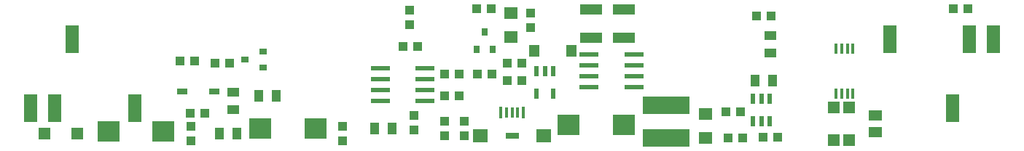
<source format=gtp>
G75*
%MOIN*%
%OFA0B0*%
%FSLAX25Y25*%
%IPPOS*%
%LPD*%
%AMOC8*
5,1,8,0,0,1.08239X$1,22.5*
%
%ADD10R,0.10236X0.09449*%
%ADD11R,0.04331X0.05512*%
%ADD12R,0.05512X0.05512*%
%ADD13R,0.04724X0.02756*%
%ADD14R,0.08661X0.02362*%
%ADD15R,0.03543X0.03150*%
%ADD16R,0.03150X0.03543*%
%ADD17R,0.03937X0.04331*%
%ADD18R,0.05906X0.05118*%
%ADD19R,0.04331X0.03937*%
%ADD20R,0.06000X0.12500*%
%ADD21R,0.05512X0.04331*%
%ADD22R,0.05000X0.05787*%
%ADD23R,0.06299X0.05512*%
%ADD24R,0.09843X0.04724*%
%ADD25R,0.21654X0.08465*%
%ADD26R,0.02165X0.04724*%
%ADD27R,0.01575X0.05709*%
%ADD28R,0.07087X0.05906*%
%ADD29R,0.05906X0.02756*%
%ADD30R,0.01181X0.04921*%
%ADD31R,0.08700X0.02400*%
%ADD32R,0.01600X0.04724*%
D10*
X0048409Y0023346D03*
X0073606Y0023346D03*
X0117909Y0024846D03*
X0143106Y0024846D03*
X0258909Y0026346D03*
X0284106Y0026346D03*
D11*
X0344071Y0046846D03*
X0351945Y0046846D03*
X0177945Y0024846D03*
X0170071Y0024846D03*
X0106945Y0022346D03*
X0099071Y0022346D03*
X0117071Y0039846D03*
X0124945Y0039846D03*
D12*
X0033988Y0022346D03*
X0019028Y0022346D03*
X0380008Y0019366D03*
X0387008Y0019366D03*
X0387008Y0034327D03*
X0380008Y0034327D03*
D13*
X0096791Y0041846D03*
X0082224Y0041846D03*
D14*
X0172772Y0042346D03*
X0193244Y0042346D03*
X0193244Y0037346D03*
X0172772Y0037346D03*
X0172772Y0047346D03*
X0193244Y0047346D03*
X0193244Y0052346D03*
X0172772Y0052346D03*
D15*
X0118945Y0052606D03*
X0110677Y0056346D03*
X0118945Y0060087D03*
D16*
X0216768Y0060909D03*
X0224248Y0060909D03*
X0220508Y0069177D03*
D17*
X0189854Y0062346D03*
X0183161Y0062346D03*
X0230661Y0054846D03*
X0237354Y0054846D03*
X0223854Y0049846D03*
X0217161Y0049846D03*
X0208854Y0049846D03*
X0202161Y0049846D03*
X0230661Y0046846D03*
X0237354Y0046846D03*
X0208854Y0039846D03*
X0202161Y0039846D03*
X0103854Y0054846D03*
X0097161Y0054846D03*
X0087854Y0055846D03*
X0081161Y0055846D03*
X0085661Y0031846D03*
X0092354Y0031846D03*
X0216661Y0079846D03*
X0223354Y0079846D03*
X0344661Y0076346D03*
X0351354Y0076346D03*
X0434661Y0079846D03*
X0441354Y0079846D03*
X0337354Y0032346D03*
X0330661Y0032346D03*
X0331661Y0020346D03*
X0338354Y0020346D03*
X0347661Y0020846D03*
X0354354Y0020846D03*
D18*
X0399008Y0023106D03*
X0399008Y0030587D03*
D19*
X0086008Y0019000D03*
X0086008Y0025693D03*
X0155508Y0025693D03*
X0155508Y0019000D03*
X0188008Y0024000D03*
X0202008Y0021500D03*
X0211008Y0021500D03*
X0211008Y0028193D03*
X0202008Y0028193D03*
X0188008Y0030693D03*
X0241508Y0071000D03*
X0241508Y0077693D03*
X0186008Y0079193D03*
X0186008Y0072500D03*
D20*
X0031665Y0065707D03*
X0023854Y0034096D03*
X0012932Y0034096D03*
X0060421Y0034096D03*
X0405610Y0065596D03*
X0442177Y0065596D03*
X0453099Y0065596D03*
X0434366Y0033986D03*
D21*
X0351008Y0059409D03*
X0351008Y0067283D03*
X0105508Y0041283D03*
X0105508Y0033409D03*
D22*
X0243043Y0060346D03*
X0259972Y0060346D03*
D23*
X0232508Y0066835D03*
X0232508Y0077858D03*
X0321508Y0031358D03*
X0321508Y0020335D03*
D24*
X0284008Y0066350D03*
X0269008Y0066350D03*
X0269008Y0079343D03*
X0284008Y0079343D03*
D25*
X0303508Y0035406D03*
X0303508Y0020287D03*
D26*
X0343268Y0028228D03*
X0347008Y0028228D03*
X0350748Y0028228D03*
X0350748Y0038465D03*
X0347008Y0038478D03*
X0343268Y0038465D03*
X0251748Y0040728D03*
X0244268Y0040728D03*
X0244268Y0050965D03*
X0248008Y0050965D03*
X0251748Y0050965D03*
D27*
X0238126Y0032075D03*
X0227890Y0032075D03*
D28*
X0218504Y0021346D03*
X0247512Y0021346D03*
D29*
X0233008Y0021346D03*
D30*
X0233008Y0032075D03*
X0235567Y0032075D03*
X0230449Y0032075D03*
D31*
X0268208Y0043846D03*
X0288808Y0043846D03*
X0288808Y0048846D03*
X0288808Y0053846D03*
X0268208Y0053846D03*
X0268208Y0048846D03*
X0268208Y0058846D03*
X0288808Y0058846D03*
D32*
X0381169Y0061280D03*
X0383728Y0061280D03*
X0386287Y0061280D03*
X0388846Y0061280D03*
X0388846Y0040807D03*
X0386287Y0040807D03*
X0383728Y0040807D03*
X0381169Y0040807D03*
M02*

</source>
